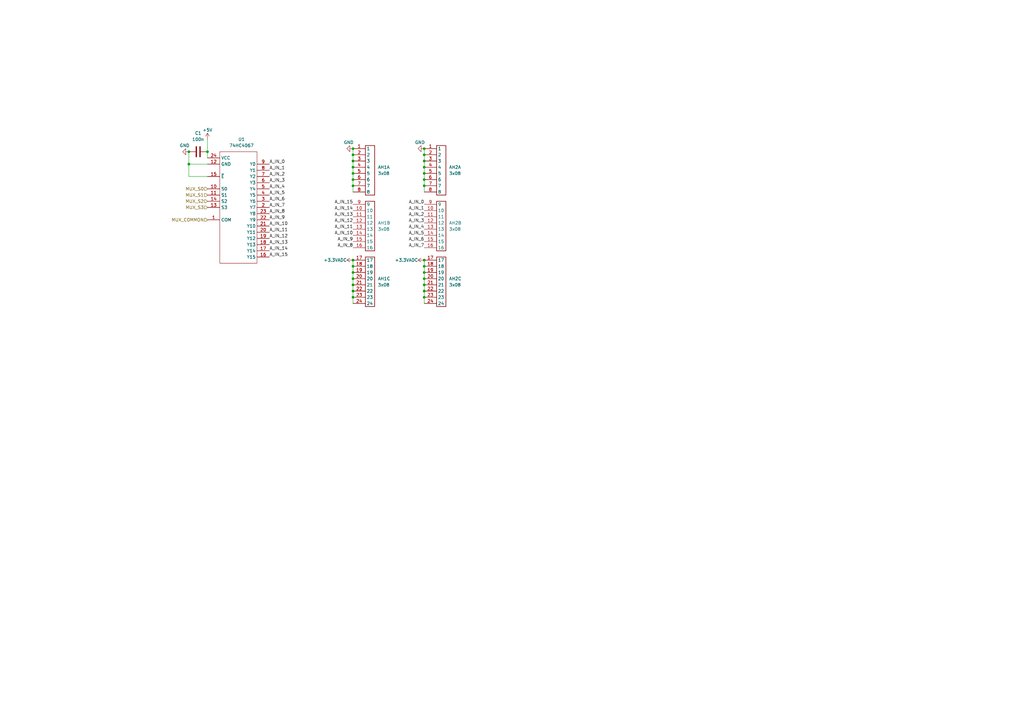
<source format=kicad_sch>
(kicad_sch (version 20211123) (generator eeschema)
  (paper "A3")
  (lib_symbols
    (symbol "Device:C" (pin_numbers hide) (pin_names (offset 0.254))
      (property "Reference" "C" (at 0.635 2.54 0))
      (property "Value" "C" (at 0.635 -2.54 0))
      (symbol "C_0_1"
        (polyline (pts (xy -2.032 -0.762) (xy 2.032 -0.762)) (stroke (width 0.508)))
        (polyline (pts (xy -2.032 0.762) (xy 2.032 0.762)) (stroke (width 0.508)))
      )
      (symbol "C_1_1"
        (pin passive line (at 0 3.81 270) (length 2.794) (name "~") (number "1"))
        (pin passive line (at 0 -3.81 90) (length 2.794) (name "~") (number "2"))
      )
    )
    (symbol "igor_lib:3x08"
      (property "Reference" "J?" (at 1.27 24.13 0))
      (property "Value" "3x08" (at 1.27 21.59 0))
      (symbol "3x08_1_1"
        (rectangle (start 0 20.32) (end 3.81 0) (stroke (width 0.254)))
        (pin passive line (at -5.08 19.05 0) (length 5.08) (name "1") (number "1"))
        (pin passive line (at -5.08 16.51 0) (length 5.08) (name "2") (number "2"))
        (pin passive line (at -5.08 13.97 0) (length 5.08) (name "3") (number "3"))
        (pin passive line (at -5.08 11.43 0) (length 5.08) (name "4") (number "4"))
        (pin passive line (at -5.08 8.89 0) (length 5.08) (name "5") (number "5"))
        (pin passive line (at -5.08 6.35 0) (length 5.08) (name "6") (number "6"))
        (pin passive line (at -5.08 3.81 0) (length 5.08) (name "7") (number "7"))
        (pin passive line (at -5.08 1.27 0) (length 5.08) (name "8") (number "8"))
      )
      (symbol "3x08_2_1"
        (rectangle (start 0 20.32) (end 3.81 0) (stroke (width 0.254)))
        (pin passive line (at -5.08 16.51 0) (length 5.08) (name "10") (number "10"))
        (pin passive line (at -5.08 13.97 0) (length 5.08) (name "11") (number "11"))
        (pin passive line (at -5.08 11.43 0) (length 5.08) (name "12") (number "12"))
        (pin passive line (at -5.08 8.89 0) (length 5.08) (name "13") (number "13"))
        (pin passive line (at -5.08 6.35 0) (length 5.08) (name "14") (number "14"))
        (pin passive line (at -5.08 3.81 0) (length 5.08) (name "15") (number "15"))
        (pin passive line (at -5.08 1.27 0) (length 5.08) (name "16") (number "16"))
        (pin passive line (at -5.08 19.05 0) (length 5.08) (name "9") (number "9"))
      )
      (symbol "3x08_3_1"
        (rectangle (start 0 20.32) (end 3.81 0) (stroke (width 0.254)))
        (pin passive line (at -5.08 19.05 0) (length 5.08) (name "17") (number "17"))
        (pin passive line (at -5.08 16.51 0) (length 5.08) (name "18") (number "18"))
        (pin passive line (at -5.08 13.97 0) (length 5.08) (name "19") (number "19"))
        (pin passive line (at -5.08 11.43 0) (length 5.08) (name "20") (number "20"))
        (pin passive line (at -5.08 8.89 0) (length 5.08) (name "21") (number "21"))
        (pin passive line (at -5.08 6.35 0) (length 5.08) (name "22") (number "22"))
        (pin passive line (at -5.08 3.81 0) (length 5.08) (name "23") (number "23"))
        (pin passive line (at -5.08 1.27 0) (length 5.08) (name "24") (number "24"))
      )
    )
    (symbol "igor_lib:74HC4067"
      (property "Reference" "U1" (at 6.35 49.53 0))
      (property "Value" "74HC4067" (at 2.54 46.99 0))
      (symbol "74HC4067_0_1"
        (rectangle (start 0 45.72) (end 15.24 0))
      )
      (symbol "74HC4067_1_1"
        (pin passive line (at -5.08 17.78 0) (length 5.08) (name "COM") (number "1"))
        (pin input line (at -5.08 30.48 0) (length 5.08) (name "S0") (number "10"))
        (pin input line (at -5.08 27.94 0) (length 5.08) (name "S1") (number "11"))
        (pin power_in line (at -5.08 40.64 0) (length 5.08) (name "GND") (number "12"))
        (pin input line (at -5.08 22.86 0) (length 5.08) (name "S3") (number "13"))
        (pin input line (at -5.08 25.4 0) (length 5.08) (name "S2") (number "14"))
        (pin input line (at -5.08 35.56 0) (length 5.08) (name "~{E}") (number "15"))
        (pin passive line (at 20.32 2.54 180) (length 5.08) (name "Y15") (number "16"))
        (pin passive line (at 20.32 5.08 180) (length 5.08) (name "Y14") (number "17"))
        (pin passive line (at 20.32 7.62 180) (length 5.08) (name "Y13") (number "18"))
        (pin passive line (at 20.32 10.16 180) (length 5.08) (name "Y12") (number "19"))
        (pin passive line (at 20.32 22.86 180) (length 5.08) (name "Y7") (number "2"))
        (pin passive line (at 20.32 12.7 180) (length 5.08) (name "Y11") (number "20"))
        (pin passive line (at 20.32 15.24 180) (length 5.08) (name "Y10") (number "21"))
        (pin passive line (at 20.32 17.78 180) (length 5.08) (name "Y9") (number "22"))
        (pin passive line (at 20.32 20.32 180) (length 5.08) (name "Y8") (number "23"))
        (pin power_in line (at -5.08 43.18 0) (length 5.08) (name "VCC") (number "24"))
        (pin passive line (at 20.32 25.4 180) (length 5.08) (name "Y6") (number "3"))
        (pin passive line (at 20.32 27.94 180) (length 5.08) (name "Y5") (number "4"))
        (pin passive line (at 20.32 30.48 180) (length 5.08) (name "Y4") (number "5"))
        (pin passive line (at 20.32 33.02 180) (length 5.08) (name "Y3") (number "6"))
        (pin passive line (at 20.32 35.56 180) (length 5.08) (name "Y2") (number "7"))
        (pin passive line (at 20.32 38.1 180) (length 5.08) (name "Y1") (number "8"))
        (pin passive line (at 20.32 40.64 180) (length 5.08) (name "Y0") (number "9"))
      )
    )
    (symbol "power:+3.3VADC" (power) (pin_names (offset 0))
      (property "Value" "+3.3VADC" (at 0 2.54 0))
      (symbol "+3.3VADC_0_0"
        (pin power_in line (at 0 0 90) (length 0) hide (name "+3.3VADC") (number "1"))
      )
      (symbol "+3.3VADC_0_1"
        (polyline (pts (xy -0.762 1.27) (xy 0 2.54)))
        (polyline (pts (xy 0 0) (xy 0 2.54)))
        (polyline (pts (xy 0 2.54) (xy 0.762 1.27)))
      )
    )
    (symbol "power:+5V" (power) (pin_names (offset 0))
      (property "Value" "+5V" (at 0 3.556 0))
      (symbol "+5V_0_1"
        (polyline (pts (xy -0.762 1.27) (xy 0 2.54)))
        (polyline (pts (xy 0 0) (xy 0 2.54)))
        (polyline (pts (xy 0 2.54) (xy 0.762 1.27)))
      )
      (symbol "+5V_1_1"
        (pin power_in line (at 0 0 90) (length 0) hide (name "+5V") (number "1"))
      )
    )
    (symbol "power:GND" (power) (pin_names (offset 0))
      (property "Value" "GND" (at 0 -3.81 0))
      (symbol "GND_0_1"
        (polyline (pts (xy 0 0) (xy 0 -1.27) (xy 1.27 -1.27) (xy 0 -2.54) (xy -1.27 -1.27) (xy 0 -1.27)))
      )
      (symbol "GND_1_1"
        (pin power_in line (at 0 0 270) (length 0) hide (name "GND") (number "1"))
      )
    )
  )
  (junction (at 173.99 119.38))
  (junction (at 173.99 121.92))
  (junction (at 173.99 66.04))
  (junction (at 144.78 66.04))
  (junction (at 144.78 114.3))
  (junction (at 173.99 116.84))
  (junction (at 144.78 111.76))
  (junction (at 173.99 111.76))
  (junction (at 173.99 63.5))
  (junction (at 144.78 106.68))
  (junction (at 144.78 73.66))
  (junction (at 173.99 71.12))
  (junction (at 173.99 76.2))
  (junction (at 173.99 73.66))
  (junction (at 77.47 67.31))
  (junction (at 144.78 109.22))
  (junction (at 144.78 119.38))
  (junction (at 173.99 68.58))
  (junction (at 173.99 60.96))
  (junction (at 144.78 71.12))
  (junction (at 77.47 62.23))
  (junction (at 173.99 109.22))
  (junction (at 144.78 76.2))
  (junction (at 144.78 121.92))
  (junction (at 144.78 116.84))
  (junction (at 173.99 106.68))
  (junction (at 144.78 68.58))
  (junction (at 144.78 60.96))
  (junction (at 173.99 114.3))
  (junction (at 144.78 63.5))
  (junction (at 85.09 62.23))
  (wire (pts (xy 77.47 67.31) (xy 77.47 62.23)))
  (wire (pts (xy 173.99 106.68) (xy 173.99 109.22)))
  (wire (pts (xy 85.09 67.31) (xy 77.47 67.31)))
  (wire (pts (xy 144.78 121.92) (xy 144.78 124.46)))
  (wire (pts (xy 144.78 116.84) (xy 144.78 119.38)))
  (wire (pts (xy 173.99 73.66) (xy 173.99 76.2)))
  (wire (pts (xy 77.47 72.39) (xy 77.47 67.31)))
  (wire (pts (xy 173.99 71.12) (xy 173.99 73.66)))
  (wire (pts (xy 85.09 62.23) (xy 85.09 64.77)))
  (wire (pts (xy 173.99 111.76) (xy 173.99 114.3)))
  (wire (pts (xy 144.78 63.5) (xy 144.78 66.04)))
  (wire (pts (xy 173.99 76.2) (xy 173.99 78.74)))
  (wire (pts (xy 85.09 57.15) (xy 85.09 62.23)))
  (wire (pts (xy 144.78 111.76) (xy 144.78 114.3)))
  (wire (pts (xy 144.78 68.58) (xy 144.78 71.12)))
  (wire (pts (xy 173.99 60.96) (xy 173.99 63.5)))
  (wire (pts (xy 173.99 114.3) (xy 173.99 116.84)))
  (wire (pts (xy 144.78 119.38) (xy 144.78 121.92)))
  (wire (pts (xy 173.99 109.22) (xy 173.99 111.76)))
  (wire (pts (xy 144.78 73.66) (xy 144.78 76.2)))
  (wire (pts (xy 173.99 119.38) (xy 173.99 121.92)))
  (wire (pts (xy 144.78 60.96) (xy 144.78 63.5)))
  (wire (pts (xy 144.78 106.68) (xy 144.78 109.22)))
  (wire (pts (xy 144.78 71.12) (xy 144.78 73.66)))
  (wire (pts (xy 173.99 63.5) (xy 173.99 66.04)))
  (wire (pts (xy 144.78 114.3) (xy 144.78 116.84)))
  (wire (pts (xy 173.99 68.58) (xy 173.99 71.12)))
  (wire (pts (xy 144.78 109.22) (xy 144.78 111.76)))
  (wire (pts (xy 144.78 76.2) (xy 144.78 78.74)))
  (wire (pts (xy 144.78 66.04) (xy 144.78 68.58)))
  (wire (pts (xy 173.99 116.84) (xy 173.99 119.38)))
  (wire (pts (xy 173.99 66.04) (xy 173.99 68.58)))
  (wire (pts (xy 85.09 72.39) (xy 77.47 72.39)))
  (wire (pts (xy 173.99 121.92) (xy 173.99 124.46)))
  (label "A_IN_1" (at 173.99 86.36 180))
  (label "A_IN_8" (at 144.78 101.6 180))
  (label "A_IN_13" (at 144.78 88.9 180))
  (label "A_IN_6" (at 110.49 82.55 0))
  (label "A_IN_10" (at 144.78 96.52 180))
  (label "A_IN_12" (at 144.78 91.44 180))
  (label "A_IN_9" (at 144.78 99.06 180))
  (label "A_IN_4" (at 110.49 77.47 0))
  (label "A_IN_10" (at 110.49 92.71 0))
  (label "A_IN_9" (at 110.49 90.17 0))
  (label "A_IN_14" (at 144.78 86.36 180))
  (label "A_IN_11" (at 144.78 93.98 180))
  (label "A_IN_15" (at 110.49 105.41 0))
  (label "A_IN_7" (at 110.49 85.09 0))
  (label "A_IN_13" (at 110.49 100.33 0))
  (label "A_IN_2" (at 173.99 88.9 180))
  (label "A_IN_14" (at 110.49 102.87 0))
  (label "A_IN_6" (at 173.99 99.06 180))
  (label "A_IN_12" (at 110.49 97.79 0))
  (label "A_IN_5" (at 110.49 80.01 0))
  (label "A_IN_8" (at 110.49 87.63 0))
  (label "A_IN_15" (at 144.78 83.82 180))
  (label "A_IN_3" (at 110.49 74.93 0))
  (label "A_IN_0" (at 110.49 67.31 0))
  (label "A_IN_5" (at 173.99 96.52 180))
  (label "A_IN_2" (at 110.49 72.39 0))
  (label "A_IN_3" (at 173.99 91.44 180))
  (label "A_IN_1" (at 110.49 69.85 0))
  (label "A_IN_11" (at 110.49 95.25 0))
  (label "A_IN_0" (at 173.99 83.82 180))
  (label "A_IN_4" (at 173.99 93.98 180))
  (label "A_IN_7" (at 173.99 101.6 180))
  (hierarchical_label "MUX_S0" (shape input) (at 85.09 77.47 180))
  (hierarchical_label "MUX_S3" (shape input) (at 85.09 85.09 180))
  (hierarchical_label "MUX_S2" (shape input) (at 85.09 82.55 180))
  (hierarchical_label "MUX_COMMON" (shape input) (at 85.09 90.17 180))
  (hierarchical_label "MUX_S1" (shape input) (at 85.09 80.01 180))
  (symbol (lib_id "igor_lib:3x08") (at 179.07 102.87 0) (unit 2)
    (property "Reference" "AH2" (at 184.15 91.4399 0) (effects (justify left)))
    (property "Value" "3x08" (at 184.15 93.9799 0) (effects (justify left)))
    (property "Footprint" "igor_footprint_lib:3x08" (effects hide))
  )
  (symbol (lib_id "power:GND") (at 77.47 62.23 270) (unit 1)
    (property "Reference" "#PWR0119" (effects hide))
    (property "Value" "GND" (at 73.66 59.69 90) (effects (justify left)))
  )
  (symbol (lib_id "igor_lib:74HC4067") (at 90.17 107.95 0) (unit 1)
    (property "Reference" "U1" (at 99.06 57.15 0))
    (property "Value" "74HC4067" (at 99.06 59.69 0))
    (property "Footprint" "Package_SO:SOIC-24W_7.5x15.4mm_P1.27mm" (effects hide))
    (property "LCSC" "C496123" (effects hide))
  )
  (symbol (lib_id "power:+3.3VADC") (at 173.99 106.68 90) (unit 1)
    (property "Reference" "#PWR0122" (effects hide))
    (property "Value" "+3.3VADC" (at 171.45 106.68 90) (effects (justify left)))
  )
  (symbol (lib_id "igor_lib:3x08") (at 149.86 125.73 0) (unit 3)
    (property "Reference" "AH1" (at 154.94 114.2999 0) (effects (justify left)))
    (property "Value" "3x08" (at 154.94 116.8399 0) (effects (justify left)))
    (property "Footprint" "igor_footprint_lib:3x08" (effects hide))
  )
  (symbol (lib_id "power:GND") (at 144.78 60.96 270) (unit 1)
    (property "Reference" "#PWR0116" (effects hide))
    (property "Value" "GND" (at 140.97 58.42 90) (effects (justify left)))
  )
  (symbol (lib_id "Device:C") (at 81.28 62.23 90) (unit 1)
    (property "Reference" "C1" (at 81.28 54.61 90))
    (property "Value" "100n" (at 81.28 57.15 90))
    (property "Footprint" "Capacitor_SMD:C_0402_1005Metric" (effects hide))
    (property "LCSC" "C1525" (effects hide))
  )
  (symbol (lib_id "power:GND") (at 173.99 60.96 270) (unit 1)
    (property "Reference" "#PWR0117" (effects hide))
    (property "Value" "GND" (at 170.18 58.42 90) (effects (justify left)))
  )
  (symbol (lib_id "power:+3.3VADC") (at 144.78 106.68 90) (unit 1)
    (property "Reference" "#PWR0123" (effects hide))
    (property "Value" "+3.3VADC" (at 142.24 106.68 90) (effects (justify left)))
  )
  (symbol (lib_id "igor_lib:3x08") (at 149.86 102.87 0) (unit 2)
    (property "Reference" "AH1" (at 154.94 91.4399 0) (effects (justify left)))
    (property "Value" "3x08" (at 154.94 93.9799 0) (effects (justify left)))
    (property "Footprint" "igor_footprint_lib:3x08" (effects hide))
  )
  (symbol (lib_id "igor_lib:3x08") (at 179.07 80.01 0) (unit 1)
    (property "Reference" "AH2" (at 184.15 68.5799 0) (effects (justify left)))
    (property "Value" "3x08" (at 184.15 71.1199 0) (effects (justify left)))
    (property "Footprint" "igor_footprint_lib:3x08" (effects hide))
  )
  (symbol (lib_id "igor_lib:3x08") (at 179.07 125.73 0) (unit 3)
    (property "Reference" "AH2" (at 184.15 114.2999 0) (effects (justify left)))
    (property "Value" "3x08" (at 184.15 116.8399 0) (effects (justify left)))
    (property "Footprint" "igor_footprint_lib:3x08" (effects hide))
  )
  (symbol (lib_id "power:+5V") (at 85.09 57.15 0) (unit 1)
    (property "Reference" "#PWR0153" (effects hide))
    (property "Value" "+5V" (at 85.09 53.34 0))
  )
  (symbol (lib_id "igor_lib:3x08") (at 149.86 80.01 0) (unit 1)
    (property "Reference" "AH1" (at 154.94 68.5799 0) (effects (justify left)))
    (property "Value" "3x08" (at 154.94 71.1199 0) (effects (justify left)))
    (property "Footprint" "igor_footprint_lib:3x08" (effects hide))
  )
)
</source>
